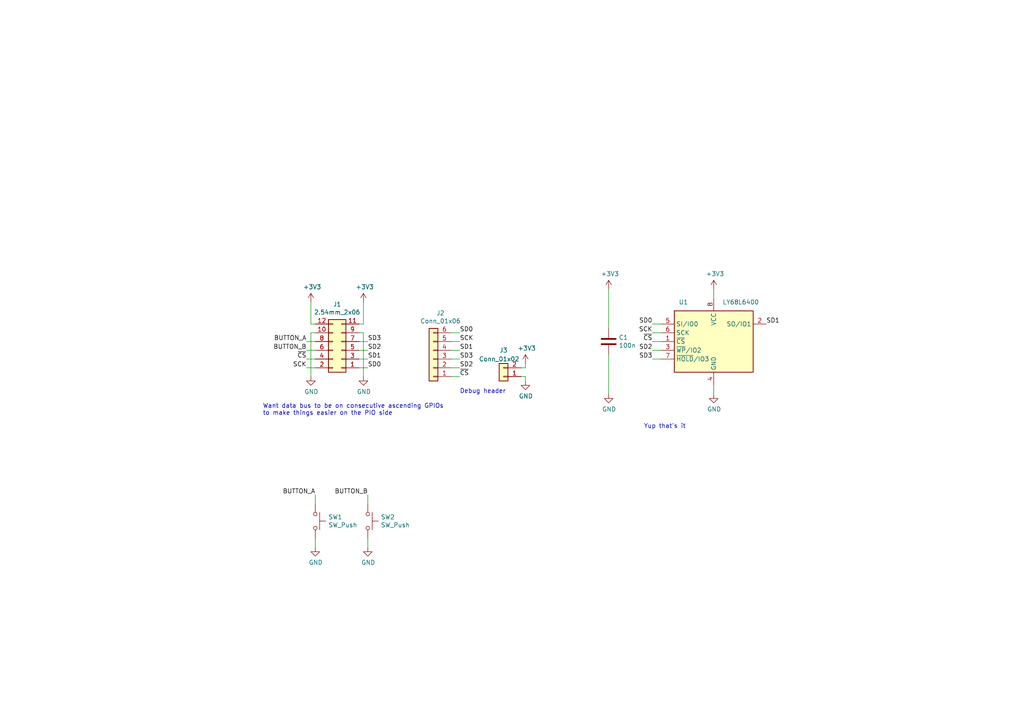
<source format=kicad_sch>
(kicad_sch (version 20230121) (generator eeschema)
  (paper "A4")
  (title_block (title "QSPI PSRAM PMOD breakout") (date "2020-08-19") (rev "1") (company "Luke Wren"))
  (lib_symbols
    (symbol "Connector_Generic:Conn_01x02" (pin_names (offset 1.016) hide)
      (property "Reference" "J" (at 0 2.54 0))
      (property "Value" "Conn_01x02" (at 0 -5.08 0))
      (symbol "Conn_01x02_1_1"
        (rectangle (start -1.27 -2.413) (end 0 -2.667) (stroke (width 0.1524)))
        (rectangle (start -1.27 0.127) (end 0 -0.127) (stroke (width 0.1524)))
        (rectangle (start -1.27 1.27) (end 1.27 -3.81) (stroke (width 0.254)) (fill (type background)))
        (pin passive line (at -5.08 0 0) (length 3.81) (name "Pin_1") (number "1"))
        (pin passive line (at -5.08 -2.54 0) (length 3.81) (name "Pin_2") (number "2"))
      )
    )
    (symbol "Connector_Generic:Conn_01x06" (pin_names (offset 1.016) hide)
      (property "Reference" "J" (at 0 7.62 0))
      (property "Value" "Conn_01x06" (at 0 -10.16 0))
      (symbol "Conn_01x06_1_1"
        (rectangle (start -1.27 -7.493) (end 0 -7.747) (stroke (width 0.1524)))
        (rectangle (start -1.27 -4.953) (end 0 -5.207) (stroke (width 0.1524)))
        (rectangle (start -1.27 -2.413) (end 0 -2.667) (stroke (width 0.1524)))
        (rectangle (start -1.27 0.127) (end 0 -0.127) (stroke (width 0.1524)))
        (rectangle (start -1.27 2.667) (end 0 2.413) (stroke (width 0.1524)))
        (rectangle (start -1.27 5.207) (end 0 4.953) (stroke (width 0.1524)))
        (rectangle (start -1.27 6.35) (end 1.27 -8.89) (stroke (width 0.254)) (fill (type background)))
        (pin passive line (at -5.08 5.08 0) (length 3.81) (name "Pin_1") (number "1"))
        (pin passive line (at -5.08 2.54 0) (length 3.81) (name "Pin_2") (number "2"))
        (pin passive line (at -5.08 0 0) (length 3.81) (name "Pin_3") (number "3"))
        (pin passive line (at -5.08 -2.54 0) (length 3.81) (name "Pin_4") (number "4"))
        (pin passive line (at -5.08 -5.08 0) (length 3.81) (name "Pin_5") (number "5"))
        (pin passive line (at -5.08 -7.62 0) (length 3.81) (name "Pin_6") (number "6"))
      )
    )
    (symbol "Connector_Generic:Conn_02x06_Odd_Even" (pin_names (offset 1.016) hide)
      (property "Reference" "J" (at 1.27 7.62 0))
      (property "Value" "Conn_02x06_Odd_Even" (at 1.27 -10.16 0))
      (symbol "Conn_02x06_Odd_Even_1_1"
        (rectangle (start -1.27 -7.493) (end 0 -7.747) (stroke (width 0.1524)))
        (rectangle (start -1.27 -4.953) (end 0 -5.207) (stroke (width 0.1524)))
        (rectangle (start -1.27 -2.413) (end 0 -2.667) (stroke (width 0.1524)))
        (rectangle (start -1.27 0.127) (end 0 -0.127) (stroke (width 0.1524)))
        (rectangle (start -1.27 2.667) (end 0 2.413) (stroke (width 0.1524)))
        (rectangle (start -1.27 5.207) (end 0 4.953) (stroke (width 0.1524)))
        (rectangle (start -1.27 6.35) (end 3.81 -8.89) (stroke (width 0.254)) (fill (type background)))
        (rectangle (start 3.81 -7.493) (end 2.54 -7.747) (stroke (width 0.1524)))
        (rectangle (start 3.81 -4.953) (end 2.54 -5.207) (stroke (width 0.1524)))
        (rectangle (start 3.81 -2.413) (end 2.54 -2.667) (stroke (width 0.1524)))
        (rectangle (start 3.81 0.127) (end 2.54 -0.127) (stroke (width 0.1524)))
        (rectangle (start 3.81 2.667) (end 2.54 2.413) (stroke (width 0.1524)))
        (rectangle (start 3.81 5.207) (end 2.54 4.953) (stroke (width 0.1524)))
        (pin passive line (at -5.08 5.08 0) (length 3.81) (name "Pin_1") (number "1"))
        (pin passive line (at 7.62 -5.08 180) (length 3.81) (name "Pin_10") (number "10"))
        (pin passive line (at -5.08 -7.62 0) (length 3.81) (name "Pin_11") (number "11"))
        (pin passive line (at 7.62 -7.62 180) (length 3.81) (name "Pin_12") (number "12"))
        (pin passive line (at 7.62 5.08 180) (length 3.81) (name "Pin_2") (number "2"))
        (pin passive line (at -5.08 2.54 0) (length 3.81) (name "Pin_3") (number "3"))
        (pin passive line (at 7.62 2.54 180) (length 3.81) (name "Pin_4") (number "4"))
        (pin passive line (at -5.08 0 0) (length 3.81) (name "Pin_5") (number "5"))
        (pin passive line (at 7.62 0 180) (length 3.81) (name "Pin_6") (number "6"))
        (pin passive line (at -5.08 -2.54 0) (length 3.81) (name "Pin_7") (number "7"))
        (pin passive line (at 7.62 -2.54 180) (length 3.81) (name "Pin_8") (number "8"))
        (pin passive line (at -5.08 -5.08 0) (length 3.81) (name "Pin_9") (number "9"))
      )
    )
    (symbol "Device:C" (pin_numbers hide) (pin_names (offset 0.254))
      (property "Reference" "C" (at 0.635 2.54 0))
      (property "Value" "C" (at 0.635 -2.54 0))
      (symbol "C_0_1"
        (polyline (pts (xy -2.032 -0.762) (xy 2.032 -0.762)) (stroke (width 0.508)))
        (polyline (pts (xy -2.032 0.762) (xy 2.032 0.762)) (stroke (width 0.508)))
      )
      (symbol "C_1_1"
        (pin passive line (at 0 3.81 270) (length 2.794) (name "~") (number "1"))
        (pin passive line (at 0 -3.81 90) (length 2.794) (name "~") (number "2"))
      )
    )
    (symbol "Switch:SW_Push" (pin_numbers hide) (pin_names (offset 1.016) hide)
      (property "Reference" "SW" (at 1.27 2.54 0))
      (property "Value" "SW_Push" (at 0 -1.524 0))
      (symbol "SW_Push_0_1"
        (circle (center -2.032 0) (radius 0.508))
        (polyline (pts (xy 0 1.27) (xy 0 3.048)))
        (polyline (pts (xy 2.54 1.27) (xy -2.54 1.27)))
        (circle (center 2.032 0) (radius 0.508))
        (pin passive line (at -5.08 0 0) (length 2.54) (name "1") (number "1"))
        (pin passive line (at 5.08 0 180) (length 2.54) (name "2") (number "2"))
      )
    )
    (symbol "pmod_qspi_psram-rescue:AT25SF081-XMHF-X-Memory_Flash"
      (property "Reference" "U" (at 2.54 12.7 0))
      (property "Value" "Memory_Flash_AT25SF081-XMHF-X" (at 10.16 10.16 0))
      (symbol "AT25SF081-XMHF-X-Memory_Flash_1_1"
        (rectangle (start -11.43 8.89) (end 11.43 -8.89) (stroke (width 0.254)) (fill (type background)))
        (pin input line (at -15.24 0 0) (length 3.81) (name "~{CS}") (number "1"))
        (pin bidirectional line (at 15.24 5.08 180) (length 3.81) (name "SO/IO1") (number "2"))
        (pin bidirectional line (at -15.24 -2.54 0) (length 3.81) (name "~{WP}/IO2") (number "3"))
        (pin power_in line (at 0 -12.7 90) (length 3.81) (name "GND") (number "4"))
        (pin bidirectional line (at -15.24 5.08 0) (length 3.81) (name "SI/IO0") (number "5"))
        (pin input line (at -15.24 2.54 0) (length 3.81) (name "SCK") (number "6"))
        (pin bidirectional line (at -15.24 -5.08 0) (length 3.81) (name "~{HOLD}/IO3") (number "7"))
        (pin power_in line (at 0 12.7 270) (length 3.81) (name "VCC") (number "8"))
      )
    )
    (symbol "power:+3V3" (power) (pin_names (offset 0))
      (property "Value" "+3V3" (at 0 3.556 0))
      (symbol "+3V3_0_1"
        (polyline (pts (xy -0.762 1.27) (xy 0 2.54)))
        (polyline (pts (xy 0 0) (xy 0 2.54)))
        (polyline (pts (xy 0 2.54) (xy 0.762 1.27)))
      )
      (symbol "+3V3_1_1"
        (pin power_in line (at 0 0 90) (length 0) hide (name "+3V3") (number "1"))
      )
    )
    (symbol "power:GND" (power) (pin_names (offset 0))
      (property "Value" "GND" (at 0 -3.81 0))
      (symbol "GND_0_1"
        (polyline (pts (xy 0 0) (xy 0 -1.27) (xy 1.27 -1.27) (xy 0 -2.54) (xy -1.27 -1.27) (xy 0 -1.27)))
      )
      (symbol "GND_1_1"
        (pin power_in line (at 0 0 270) (length 0) hide (name "GND") (number "1"))
      )
    )
  )
  (wire (pts (xy 176.53 95.25) (xy 176.53 83.82)))
  (wire (pts (xy 176.53 102.87) (xy 176.53 114.3)))
  (wire (pts (xy 191.77 93.98) (xy 189.23 93.98)))
  (wire (pts (xy 191.77 104.14) (xy 189.23 104.14)))
  (wire (pts (xy 91.44 99.06) (xy 88.9 99.06)))
  (wire (pts (xy 104.14 106.68) (xy 106.68 106.68)))
  (wire (pts (xy 207.01 111.76) (xy 207.01 114.3)))
  (wire (pts (xy 130.81 106.68) (xy 133.35 106.68)))
  (wire (pts (xy 104.14 99.06) (xy 106.68 99.06)))
  (wire (pts (xy 191.77 96.52) (xy 189.23 96.52)))
  (wire (pts (xy 191.77 101.6) (xy 189.23 101.6)))
  (wire (pts (xy 106.68 146.05) (xy 106.68 143.51)))
  (wire (pts (xy 104.14 96.52) (xy 105.41 96.52)))
  (wire (pts (xy 191.77 99.06) (xy 189.23 99.06)))
  (wire (pts (xy 91.44 106.68) (xy 88.9 106.68)))
  (wire (pts (xy 152.4 109.22) (xy 152.4 110.49)))
  (wire (pts (xy 152.4 106.68) (xy 152.4 105.41)))
  (wire (pts (xy 130.81 101.6) (xy 133.35 101.6)))
  (wire (pts (xy 106.68 156.21) (xy 106.68 158.75)))
  (wire (pts (xy 130.81 99.06) (xy 133.35 99.06)))
  (wire (pts (xy 130.81 109.22) (xy 133.35 109.22)))
  (wire (pts (xy 90.17 87.63) (xy 90.17 93.98)))
  (wire (pts (xy 207.01 83.82) (xy 207.01 86.36)))
  (wire (pts (xy 130.81 96.52) (xy 133.35 96.52)))
  (wire (pts (xy 90.17 96.52) (xy 90.17 109.22)))
  (wire (pts (xy 91.44 104.14) (xy 88.9 104.14)))
  (wire (pts (xy 91.44 156.21) (xy 91.44 158.75)))
  (wire (pts (xy 151.13 109.22) (xy 152.4 109.22)))
  (wire (pts (xy 105.41 96.52) (xy 105.41 109.22)))
  (wire (pts (xy 104.14 93.98) (xy 105.41 93.98)))
  (wire (pts (xy 90.17 93.98) (xy 91.44 93.98)))
  (wire (pts (xy 151.13 106.68) (xy 152.4 106.68)))
  (wire (pts (xy 91.44 146.05) (xy 91.44 143.51)))
  (wire (pts (xy 104.14 104.14) (xy 106.68 104.14)))
  (wire (pts (xy 91.44 101.6) (xy 88.9 101.6)))
  (wire (pts (xy 130.81 104.14) (xy 133.35 104.14)))
  (wire (pts (xy 91.44 96.52) (xy 90.17 96.52)))
  (wire (pts (xy 104.14 101.6) (xy 106.68 101.6)))
  (wire (pts (xy 105.41 93.98) (xy 105.41 87.63)))
  (text "Yup that's it\n" (at 186.69 124.46 0) (effects (font (size 1.27 1.27)) (justify left bottom)))
  (text "Want data bus to be on consecutive ascending GPIOs\nto make things easier on the PIO side" (at 76.2 120.65 0) (effects (font (size 1.27 1.27)) (justify left bottom)))
  (text "Debug header\n" (at 133.35 114.3 0) (effects (font (size 1.27 1.27)) (justify left bottom)))
  (label "~{CS}" (at 88.9 104.14 180))
  (label "SD3" (at 106.68 99.06 0))
  (label "SCK" (at 189.23 96.52 180))
  (label "SD1" (at 133.35 101.6 0))
  (label "SCK" (at 88.9 106.68 180))
  (label "SD0" (at 106.68 106.68 0))
  (label "SD2" (at 106.68 101.6 0))
  (label "SD1" (at 106.68 104.14 0))
  (label "SD0" (at 133.35 96.52 0))
  (label "SD2" (at 189.23 101.6 180))
  (label "BUTTON_B" (at 88.9 101.6 180))
  (label "SD0" (at 189.23 93.98 180))
  (label "SD1" (at 222.25 93.98 0))
  (label "BUTTON_B" (at 106.68 143.51 180))
  (label "SD3" (at 189.23 104.14 180))
  (label "SD2" (at 133.35 106.68 0))
  (label "BUTTON_A" (at 88.9 99.06 180))
  (label "SCK" (at 133.35 99.06 0))
  (label "BUTTON_A" (at 91.44 143.51 180))
  (label "~{CS}" (at 133.35 109.22 0))
  (label "~{CS}" (at 189.23 99.06 180))
  (label "SD3" (at 133.35 104.14 0))
  (symbol (lib_id "Connector_Generic:Conn_02x06_Odd_Even") (at 99.06 101.6 180) (unit 1)
    (property "Reference" "J1" (at 97.79 88.265 0))
    (property "Value" "2.54mm_2x06" (at 97.79 90.5764 0))
    (property "Footprint" "Connector_PinSocket_2.54mm:PinSocket_2x06_P2.54mm_Horizontal" (effects hide))
  )
  (symbol (lib_id "power:GND") (at 90.17 109.22 0) (unit 1)
    (property "Reference" "#PWR0101" (effects hide))
    (property "Value" "GND" (at 90.297 113.6142 0))
  )
  (symbol (lib_id "power:GND") (at 105.41 109.22 0) (unit 1)
    (property "Reference" "#PWR0102" (effects hide))
    (property "Value" "GND" (at 105.537 113.6142 0))
  )
  (symbol (lib_id "power:+3V3") (at 105.41 87.63 0) (unit 1)
    (property "Reference" "#PWR0103" (effects hide))
    (property "Value" "+3V3" (at 105.791 83.2358 0))
  )
  (symbol (lib_id "power:+3V3") (at 90.17 87.63 0) (unit 1)
    (property "Reference" "#PWR0104" (effects hide))
    (property "Value" "+3V3" (at 90.551 83.2358 0))
  )
  (symbol (lib_id "pmod_qspi_psram-rescue:AT25SF081-XMHF-X-Memory_Flash") (at 207.01 99.06 0) (unit 1)
    (property "Reference" "U1" (at 196.85 87.63 0) (effects (justify left)))
    (property "Value" "LY68L6400" (at 209.55 87.63 0) (effects (justify left)))
    (property "Footprint" "Package_SO:SOIC-8_3.9x4.9mm_P1.27mm" (effects hide))
    (property "Datasheet" "https://www.adestotech.com/wp-content/uploads/DS-AT25SF081_045.pdf" (effects hide))
  )
  (symbol (lib_id "power:+3V3") (at 207.01 83.82 0) (unit 1)
    (property "Reference" "#PWR0105" (effects hide))
    (property "Value" "+3V3" (at 207.391 79.4258 0))
  )
  (symbol (lib_id "power:GND") (at 207.01 114.3 0) (unit 1)
    (property "Reference" "#PWR0106" (effects hide))
    (property "Value" "GND" (at 207.137 118.6942 0))
  )
  (symbol (lib_id "power:+3V3") (at 176.53 83.82 0) (unit 1)
    (property "Reference" "#PWR0107" (effects hide))
    (property "Value" "+3V3" (at 176.911 79.4258 0))
  )
  (symbol (lib_id "power:GND") (at 176.53 114.3 0) (unit 1)
    (property "Reference" "#PWR0108" (effects hide))
    (property "Value" "GND" (at 176.657 118.6942 0))
  )
  (symbol (lib_id "Device:C") (at 176.53 99.06 0) (unit 1)
    (property "Reference" "C1" (at 179.451 97.8916 0) (effects (justify left)))
    (property "Value" "100n" (at 179.451 100.203 0) (effects (justify left)))
    (property "Footprint" "Capacitor_SMD:C_0402_1005Metric" (effects hide))
  )
  (symbol (lib_id "Switch:SW_Push") (at 91.44 151.13 270) (unit 1)
    (property "Reference" "SW1" (at 95.1992 149.9616 90) (effects (justify left)))
    (property "Value" "SW_Push" (at 95.1992 152.273 90) (effects (justify left)))
    (property "Footprint" "picodvi:SW_SPST_PTS815" (effects hide))
  )
  (symbol (lib_id "power:GND") (at 91.44 158.75 0) (unit 1)
    (property "Reference" "#PWR0110" (effects hide))
    (property "Value" "GND" (at 91.567 163.1442 0))
  )
  (symbol (lib_id "Switch:SW_Push") (at 106.68 151.13 270) (unit 1)
    (property "Reference" "SW2" (at 110.4392 149.9616 90) (effects (justify left)))
    (property "Value" "SW_Push" (at 110.4392 152.273 90) (effects (justify left)))
    (property "Footprint" "picodvi:SW_SPST_PTS815" (effects hide))
  )
  (symbol (lib_id "power:GND") (at 106.68 158.75 0) (unit 1)
    (property "Reference" "#PWR0111" (effects hide))
    (property "Value" "GND" (at 106.807 163.1442 0))
  )
  (symbol (lib_id "Connector_Generic:Conn_01x06") (at 125.73 104.14 180) (unit 1)
    (property "Reference" "J2" (at 127.762 90.805 0))
    (property "Value" "Conn_01x06" (at 127.762 93.1164 0))
    (property "Footprint" "Connector_PinHeader_2.54mm:PinHeader_1x06_P2.54mm_Vertical" (effects hide))
  )
  (symbol (lib_id "Connector_Generic:Conn_01x02") (at 146.05 109.22 180) (unit 1)
    (property "Reference" "J3" (at 146.05 101.6 0))
    (property "Value" "Conn_01x02" (at 144.78 104.14 0))
    (property "Footprint" "Connector_PinHeader_2.54mm:PinHeader_1x02_P2.54mm_Vertical" (effects hide))
  )
  (symbol (lib_id "power:GND") (at 152.4 110.49 0) (unit 1)
    (property "Reference" "#PWR0109" (effects hide))
    (property "Value" "GND" (at 152.527 114.8842 0))
  )
  (symbol (lib_id "power:+3V3") (at 152.4 105.41 0) (unit 1)
    (property "Reference" "#PWR0112" (effects hide))
    (property "Value" "+3V3" (at 152.781 101.0158 0))
  )
)
</source>
